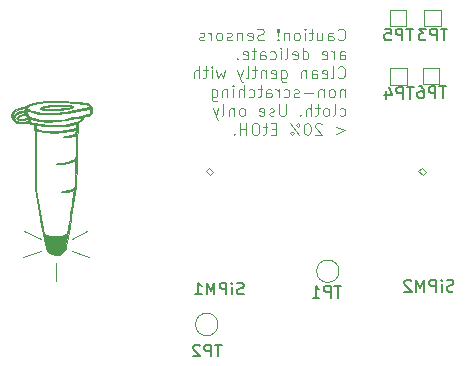
<source format=gbr>
G04 #@! TF.GenerationSoftware,KiCad,Pcbnew,(5.1.9-0-10_14)*
G04 #@! TF.CreationDate,2021-05-06T17:31:37-07:00*
G04 #@! TF.ProjectId,Luminometer_ADC,4c756d69-6e6f-46d6-9574-65725f414443,rev?*
G04 #@! TF.SameCoordinates,Original*
G04 #@! TF.FileFunction,Legend,Bot*
G04 #@! TF.FilePolarity,Positive*
%FSLAX46Y46*%
G04 Gerber Fmt 4.6, Leading zero omitted, Abs format (unit mm)*
G04 Created by KiCad (PCBNEW (5.1.9-0-10_14)) date 2021-05-06 17:31:37*
%MOMM*%
%LPD*%
G01*
G04 APERTURE LIST*
%ADD10C,0.120000*%
%ADD11C,0.100000*%
%ADD12C,0.010000*%
%ADD13C,0.150000*%
G04 APERTURE END LIST*
D10*
X122050000Y-116350000D02*
X123450000Y-117050000D01*
X123450000Y-118050000D02*
X121950000Y-118550000D01*
X124750000Y-119050000D02*
X124750000Y-120565475D01*
X126050000Y-118050000D02*
X127550000Y-118550000D01*
X126050000Y-117050000D02*
X127350000Y-116350000D01*
D11*
X148625476Y-100107142D02*
X148673095Y-100154761D01*
X148815952Y-100202380D01*
X148911190Y-100202380D01*
X149054047Y-100154761D01*
X149149285Y-100059523D01*
X149196904Y-99964285D01*
X149244523Y-99773809D01*
X149244523Y-99630952D01*
X149196904Y-99440476D01*
X149149285Y-99345238D01*
X149054047Y-99250000D01*
X148911190Y-99202380D01*
X148815952Y-99202380D01*
X148673095Y-99250000D01*
X148625476Y-99297619D01*
X147768333Y-100202380D02*
X147768333Y-99678571D01*
X147815952Y-99583333D01*
X147911190Y-99535714D01*
X148101666Y-99535714D01*
X148196904Y-99583333D01*
X147768333Y-100154761D02*
X147863571Y-100202380D01*
X148101666Y-100202380D01*
X148196904Y-100154761D01*
X148244523Y-100059523D01*
X148244523Y-99964285D01*
X148196904Y-99869047D01*
X148101666Y-99821428D01*
X147863571Y-99821428D01*
X147768333Y-99773809D01*
X146863571Y-99535714D02*
X146863571Y-100202380D01*
X147292142Y-99535714D02*
X147292142Y-100059523D01*
X147244523Y-100154761D01*
X147149285Y-100202380D01*
X147006428Y-100202380D01*
X146911190Y-100154761D01*
X146863571Y-100107142D01*
X146530238Y-99535714D02*
X146149285Y-99535714D01*
X146387380Y-99202380D02*
X146387380Y-100059523D01*
X146339761Y-100154761D01*
X146244523Y-100202380D01*
X146149285Y-100202380D01*
X145815952Y-100202380D02*
X145815952Y-99535714D01*
X145815952Y-99202380D02*
X145863571Y-99250000D01*
X145815952Y-99297619D01*
X145768333Y-99250000D01*
X145815952Y-99202380D01*
X145815952Y-99297619D01*
X145196904Y-100202380D02*
X145292142Y-100154761D01*
X145339761Y-100107142D01*
X145387380Y-100011904D01*
X145387380Y-99726190D01*
X145339761Y-99630952D01*
X145292142Y-99583333D01*
X145196904Y-99535714D01*
X145054047Y-99535714D01*
X144958809Y-99583333D01*
X144911190Y-99630952D01*
X144863571Y-99726190D01*
X144863571Y-100011904D01*
X144911190Y-100107142D01*
X144958809Y-100154761D01*
X145054047Y-100202380D01*
X145196904Y-100202380D01*
X144435000Y-99535714D02*
X144435000Y-100202380D01*
X144435000Y-99630952D02*
X144387380Y-99583333D01*
X144292142Y-99535714D01*
X144149285Y-99535714D01*
X144054047Y-99583333D01*
X144006428Y-99678571D01*
X144006428Y-100202380D01*
X143530238Y-100107142D02*
X143482619Y-100154761D01*
X143530238Y-100202380D01*
X143577857Y-100154761D01*
X143530238Y-100107142D01*
X143530238Y-100202380D01*
X143530238Y-99821428D02*
X143577857Y-99250000D01*
X143530238Y-99202380D01*
X143482619Y-99250000D01*
X143530238Y-99821428D01*
X143530238Y-99202380D01*
X142339761Y-100154761D02*
X142196904Y-100202380D01*
X141958809Y-100202380D01*
X141863571Y-100154761D01*
X141815952Y-100107142D01*
X141768333Y-100011904D01*
X141768333Y-99916666D01*
X141815952Y-99821428D01*
X141863571Y-99773809D01*
X141958809Y-99726190D01*
X142149285Y-99678571D01*
X142244523Y-99630952D01*
X142292142Y-99583333D01*
X142339761Y-99488095D01*
X142339761Y-99392857D01*
X142292142Y-99297619D01*
X142244523Y-99250000D01*
X142149285Y-99202380D01*
X141911190Y-99202380D01*
X141768333Y-99250000D01*
X140958809Y-100154761D02*
X141054047Y-100202380D01*
X141244523Y-100202380D01*
X141339761Y-100154761D01*
X141387380Y-100059523D01*
X141387380Y-99678571D01*
X141339761Y-99583333D01*
X141244523Y-99535714D01*
X141054047Y-99535714D01*
X140958809Y-99583333D01*
X140911190Y-99678571D01*
X140911190Y-99773809D01*
X141387380Y-99869047D01*
X140482619Y-99535714D02*
X140482619Y-100202380D01*
X140482619Y-99630952D02*
X140435000Y-99583333D01*
X140339761Y-99535714D01*
X140196904Y-99535714D01*
X140101666Y-99583333D01*
X140054047Y-99678571D01*
X140054047Y-100202380D01*
X139625476Y-100154761D02*
X139530238Y-100202380D01*
X139339761Y-100202380D01*
X139244523Y-100154761D01*
X139196904Y-100059523D01*
X139196904Y-100011904D01*
X139244523Y-99916666D01*
X139339761Y-99869047D01*
X139482619Y-99869047D01*
X139577857Y-99821428D01*
X139625476Y-99726190D01*
X139625476Y-99678571D01*
X139577857Y-99583333D01*
X139482619Y-99535714D01*
X139339761Y-99535714D01*
X139244523Y-99583333D01*
X138625476Y-100202380D02*
X138720714Y-100154761D01*
X138768333Y-100107142D01*
X138815952Y-100011904D01*
X138815952Y-99726190D01*
X138768333Y-99630952D01*
X138720714Y-99583333D01*
X138625476Y-99535714D01*
X138482619Y-99535714D01*
X138387380Y-99583333D01*
X138339761Y-99630952D01*
X138292142Y-99726190D01*
X138292142Y-100011904D01*
X138339761Y-100107142D01*
X138387380Y-100154761D01*
X138482619Y-100202380D01*
X138625476Y-100202380D01*
X137863571Y-100202380D02*
X137863571Y-99535714D01*
X137863571Y-99726190D02*
X137815952Y-99630952D01*
X137768333Y-99583333D01*
X137673095Y-99535714D01*
X137577857Y-99535714D01*
X137292142Y-100154761D02*
X137196904Y-100202380D01*
X137006428Y-100202380D01*
X136911190Y-100154761D01*
X136863571Y-100059523D01*
X136863571Y-100011904D01*
X136911190Y-99916666D01*
X137006428Y-99869047D01*
X137149285Y-99869047D01*
X137244523Y-99821428D01*
X137292142Y-99726190D01*
X137292142Y-99678571D01*
X137244523Y-99583333D01*
X137149285Y-99535714D01*
X137006428Y-99535714D01*
X136911190Y-99583333D01*
X148768333Y-101802380D02*
X148768333Y-101278571D01*
X148815952Y-101183333D01*
X148911190Y-101135714D01*
X149101666Y-101135714D01*
X149196904Y-101183333D01*
X148768333Y-101754761D02*
X148863571Y-101802380D01*
X149101666Y-101802380D01*
X149196904Y-101754761D01*
X149244523Y-101659523D01*
X149244523Y-101564285D01*
X149196904Y-101469047D01*
X149101666Y-101421428D01*
X148863571Y-101421428D01*
X148768333Y-101373809D01*
X148292142Y-101802380D02*
X148292142Y-101135714D01*
X148292142Y-101326190D02*
X148244523Y-101230952D01*
X148196904Y-101183333D01*
X148101666Y-101135714D01*
X148006428Y-101135714D01*
X147292142Y-101754761D02*
X147387380Y-101802380D01*
X147577857Y-101802380D01*
X147673095Y-101754761D01*
X147720714Y-101659523D01*
X147720714Y-101278571D01*
X147673095Y-101183333D01*
X147577857Y-101135714D01*
X147387380Y-101135714D01*
X147292142Y-101183333D01*
X147244523Y-101278571D01*
X147244523Y-101373809D01*
X147720714Y-101469047D01*
X145625476Y-101802380D02*
X145625476Y-100802380D01*
X145625476Y-101754761D02*
X145720714Y-101802380D01*
X145911190Y-101802380D01*
X146006428Y-101754761D01*
X146054047Y-101707142D01*
X146101666Y-101611904D01*
X146101666Y-101326190D01*
X146054047Y-101230952D01*
X146006428Y-101183333D01*
X145911190Y-101135714D01*
X145720714Y-101135714D01*
X145625476Y-101183333D01*
X144768333Y-101754761D02*
X144863571Y-101802380D01*
X145054047Y-101802380D01*
X145149285Y-101754761D01*
X145196904Y-101659523D01*
X145196904Y-101278571D01*
X145149285Y-101183333D01*
X145054047Y-101135714D01*
X144863571Y-101135714D01*
X144768333Y-101183333D01*
X144720714Y-101278571D01*
X144720714Y-101373809D01*
X145196904Y-101469047D01*
X144149285Y-101802380D02*
X144244523Y-101754761D01*
X144292142Y-101659523D01*
X144292142Y-100802380D01*
X143768333Y-101802380D02*
X143768333Y-101135714D01*
X143768333Y-100802380D02*
X143815952Y-100850000D01*
X143768333Y-100897619D01*
X143720714Y-100850000D01*
X143768333Y-100802380D01*
X143768333Y-100897619D01*
X142863571Y-101754761D02*
X142958809Y-101802380D01*
X143149285Y-101802380D01*
X143244523Y-101754761D01*
X143292142Y-101707142D01*
X143339761Y-101611904D01*
X143339761Y-101326190D01*
X143292142Y-101230952D01*
X143244523Y-101183333D01*
X143149285Y-101135714D01*
X142958809Y-101135714D01*
X142863571Y-101183333D01*
X142006428Y-101802380D02*
X142006428Y-101278571D01*
X142054047Y-101183333D01*
X142149285Y-101135714D01*
X142339761Y-101135714D01*
X142435000Y-101183333D01*
X142006428Y-101754761D02*
X142101666Y-101802380D01*
X142339761Y-101802380D01*
X142435000Y-101754761D01*
X142482619Y-101659523D01*
X142482619Y-101564285D01*
X142435000Y-101469047D01*
X142339761Y-101421428D01*
X142101666Y-101421428D01*
X142006428Y-101373809D01*
X141673095Y-101135714D02*
X141292142Y-101135714D01*
X141530238Y-100802380D02*
X141530238Y-101659523D01*
X141482619Y-101754761D01*
X141387380Y-101802380D01*
X141292142Y-101802380D01*
X140577857Y-101754761D02*
X140673095Y-101802380D01*
X140863571Y-101802380D01*
X140958809Y-101754761D01*
X141006428Y-101659523D01*
X141006428Y-101278571D01*
X140958809Y-101183333D01*
X140863571Y-101135714D01*
X140673095Y-101135714D01*
X140577857Y-101183333D01*
X140530238Y-101278571D01*
X140530238Y-101373809D01*
X141006428Y-101469047D01*
X140101666Y-101707142D02*
X140054047Y-101754761D01*
X140101666Y-101802380D01*
X140149285Y-101754761D01*
X140101666Y-101707142D01*
X140101666Y-101802380D01*
X148625476Y-103307142D02*
X148673095Y-103354761D01*
X148815952Y-103402380D01*
X148911190Y-103402380D01*
X149054047Y-103354761D01*
X149149285Y-103259523D01*
X149196904Y-103164285D01*
X149244523Y-102973809D01*
X149244523Y-102830952D01*
X149196904Y-102640476D01*
X149149285Y-102545238D01*
X149054047Y-102450000D01*
X148911190Y-102402380D01*
X148815952Y-102402380D01*
X148673095Y-102450000D01*
X148625476Y-102497619D01*
X148054047Y-103402380D02*
X148149285Y-103354761D01*
X148196904Y-103259523D01*
X148196904Y-102402380D01*
X147292142Y-103354761D02*
X147387380Y-103402380D01*
X147577857Y-103402380D01*
X147673095Y-103354761D01*
X147720714Y-103259523D01*
X147720714Y-102878571D01*
X147673095Y-102783333D01*
X147577857Y-102735714D01*
X147387380Y-102735714D01*
X147292142Y-102783333D01*
X147244523Y-102878571D01*
X147244523Y-102973809D01*
X147720714Y-103069047D01*
X146387380Y-103402380D02*
X146387380Y-102878571D01*
X146435000Y-102783333D01*
X146530238Y-102735714D01*
X146720714Y-102735714D01*
X146815952Y-102783333D01*
X146387380Y-103354761D02*
X146482619Y-103402380D01*
X146720714Y-103402380D01*
X146815952Y-103354761D01*
X146863571Y-103259523D01*
X146863571Y-103164285D01*
X146815952Y-103069047D01*
X146720714Y-103021428D01*
X146482619Y-103021428D01*
X146387380Y-102973809D01*
X145911190Y-102735714D02*
X145911190Y-103402380D01*
X145911190Y-102830952D02*
X145863571Y-102783333D01*
X145768333Y-102735714D01*
X145625476Y-102735714D01*
X145530238Y-102783333D01*
X145482619Y-102878571D01*
X145482619Y-103402380D01*
X143815952Y-102735714D02*
X143815952Y-103545238D01*
X143863571Y-103640476D01*
X143911190Y-103688095D01*
X144006428Y-103735714D01*
X144149285Y-103735714D01*
X144244523Y-103688095D01*
X143815952Y-103354761D02*
X143911190Y-103402380D01*
X144101666Y-103402380D01*
X144196904Y-103354761D01*
X144244523Y-103307142D01*
X144292142Y-103211904D01*
X144292142Y-102926190D01*
X144244523Y-102830952D01*
X144196904Y-102783333D01*
X144101666Y-102735714D01*
X143911190Y-102735714D01*
X143815952Y-102783333D01*
X142958809Y-103354761D02*
X143054047Y-103402380D01*
X143244523Y-103402380D01*
X143339761Y-103354761D01*
X143387380Y-103259523D01*
X143387380Y-102878571D01*
X143339761Y-102783333D01*
X143244523Y-102735714D01*
X143054047Y-102735714D01*
X142958809Y-102783333D01*
X142911190Y-102878571D01*
X142911190Y-102973809D01*
X143387380Y-103069047D01*
X142482619Y-102735714D02*
X142482619Y-103402380D01*
X142482619Y-102830952D02*
X142435000Y-102783333D01*
X142339761Y-102735714D01*
X142196904Y-102735714D01*
X142101666Y-102783333D01*
X142054047Y-102878571D01*
X142054047Y-103402380D01*
X141720714Y-102735714D02*
X141339761Y-102735714D01*
X141577857Y-102402380D02*
X141577857Y-103259523D01*
X141530238Y-103354761D01*
X141435000Y-103402380D01*
X141339761Y-103402380D01*
X140863571Y-103402380D02*
X140958809Y-103354761D01*
X141006428Y-103259523D01*
X141006428Y-102402380D01*
X140577857Y-102735714D02*
X140339761Y-103402380D01*
X140101666Y-102735714D02*
X140339761Y-103402380D01*
X140435000Y-103640476D01*
X140482619Y-103688095D01*
X140577857Y-103735714D01*
X139054047Y-102735714D02*
X138863571Y-103402380D01*
X138673095Y-102926190D01*
X138482619Y-103402380D01*
X138292142Y-102735714D01*
X137911190Y-103402380D02*
X137911190Y-102735714D01*
X137911190Y-102402380D02*
X137958809Y-102450000D01*
X137911190Y-102497619D01*
X137863571Y-102450000D01*
X137911190Y-102402380D01*
X137911190Y-102497619D01*
X137577857Y-102735714D02*
X137196904Y-102735714D01*
X137435000Y-102402380D02*
X137435000Y-103259523D01*
X137387380Y-103354761D01*
X137292142Y-103402380D01*
X137196904Y-103402380D01*
X136863571Y-103402380D02*
X136863571Y-102402380D01*
X136435000Y-103402380D02*
X136435000Y-102878571D01*
X136482619Y-102783333D01*
X136577857Y-102735714D01*
X136720714Y-102735714D01*
X136815952Y-102783333D01*
X136863571Y-102830952D01*
X149196904Y-104335714D02*
X149196904Y-105002380D01*
X149196904Y-104430952D02*
X149149285Y-104383333D01*
X149054047Y-104335714D01*
X148911190Y-104335714D01*
X148815952Y-104383333D01*
X148768333Y-104478571D01*
X148768333Y-105002380D01*
X148149285Y-105002380D02*
X148244523Y-104954761D01*
X148292142Y-104907142D01*
X148339761Y-104811904D01*
X148339761Y-104526190D01*
X148292142Y-104430952D01*
X148244523Y-104383333D01*
X148149285Y-104335714D01*
X148006428Y-104335714D01*
X147911190Y-104383333D01*
X147863571Y-104430952D01*
X147815952Y-104526190D01*
X147815952Y-104811904D01*
X147863571Y-104907142D01*
X147911190Y-104954761D01*
X148006428Y-105002380D01*
X148149285Y-105002380D01*
X147387380Y-104335714D02*
X147387380Y-105002380D01*
X147387380Y-104430952D02*
X147339761Y-104383333D01*
X147244523Y-104335714D01*
X147101666Y-104335714D01*
X147006428Y-104383333D01*
X146958809Y-104478571D01*
X146958809Y-105002380D01*
X146482619Y-104621428D02*
X145720714Y-104621428D01*
X145292142Y-104954761D02*
X145196904Y-105002380D01*
X145006428Y-105002380D01*
X144911190Y-104954761D01*
X144863571Y-104859523D01*
X144863571Y-104811904D01*
X144911190Y-104716666D01*
X145006428Y-104669047D01*
X145149285Y-104669047D01*
X145244523Y-104621428D01*
X145292142Y-104526190D01*
X145292142Y-104478571D01*
X145244523Y-104383333D01*
X145149285Y-104335714D01*
X145006428Y-104335714D01*
X144911190Y-104383333D01*
X144006428Y-104954761D02*
X144101666Y-105002380D01*
X144292142Y-105002380D01*
X144387380Y-104954761D01*
X144435000Y-104907142D01*
X144482619Y-104811904D01*
X144482619Y-104526190D01*
X144435000Y-104430952D01*
X144387380Y-104383333D01*
X144292142Y-104335714D01*
X144101666Y-104335714D01*
X144006428Y-104383333D01*
X143577857Y-105002380D02*
X143577857Y-104335714D01*
X143577857Y-104526190D02*
X143530238Y-104430952D01*
X143482619Y-104383333D01*
X143387380Y-104335714D01*
X143292142Y-104335714D01*
X142530238Y-105002380D02*
X142530238Y-104478571D01*
X142577857Y-104383333D01*
X142673095Y-104335714D01*
X142863571Y-104335714D01*
X142958809Y-104383333D01*
X142530238Y-104954761D02*
X142625476Y-105002380D01*
X142863571Y-105002380D01*
X142958809Y-104954761D01*
X143006428Y-104859523D01*
X143006428Y-104764285D01*
X142958809Y-104669047D01*
X142863571Y-104621428D01*
X142625476Y-104621428D01*
X142530238Y-104573809D01*
X142196904Y-104335714D02*
X141815952Y-104335714D01*
X142054047Y-104002380D02*
X142054047Y-104859523D01*
X142006428Y-104954761D01*
X141911190Y-105002380D01*
X141815952Y-105002380D01*
X141054047Y-104954761D02*
X141149285Y-105002380D01*
X141339761Y-105002380D01*
X141435000Y-104954761D01*
X141482619Y-104907142D01*
X141530238Y-104811904D01*
X141530238Y-104526190D01*
X141482619Y-104430952D01*
X141435000Y-104383333D01*
X141339761Y-104335714D01*
X141149285Y-104335714D01*
X141054047Y-104383333D01*
X140625476Y-105002380D02*
X140625476Y-104002380D01*
X140196904Y-105002380D02*
X140196904Y-104478571D01*
X140244523Y-104383333D01*
X140339761Y-104335714D01*
X140482619Y-104335714D01*
X140577857Y-104383333D01*
X140625476Y-104430952D01*
X139720714Y-105002380D02*
X139720714Y-104335714D01*
X139720714Y-104002380D02*
X139768333Y-104050000D01*
X139720714Y-104097619D01*
X139673095Y-104050000D01*
X139720714Y-104002380D01*
X139720714Y-104097619D01*
X139244523Y-104335714D02*
X139244523Y-105002380D01*
X139244523Y-104430952D02*
X139196904Y-104383333D01*
X139101666Y-104335714D01*
X138958809Y-104335714D01*
X138863571Y-104383333D01*
X138815952Y-104478571D01*
X138815952Y-105002380D01*
X137911190Y-104335714D02*
X137911190Y-105145238D01*
X137958809Y-105240476D01*
X138006428Y-105288095D01*
X138101666Y-105335714D01*
X138244523Y-105335714D01*
X138339761Y-105288095D01*
X137911190Y-104954761D02*
X138006428Y-105002380D01*
X138196904Y-105002380D01*
X138292142Y-104954761D01*
X138339761Y-104907142D01*
X138387380Y-104811904D01*
X138387380Y-104526190D01*
X138339761Y-104430952D01*
X138292142Y-104383333D01*
X138196904Y-104335714D01*
X138006428Y-104335714D01*
X137911190Y-104383333D01*
X148768333Y-106554761D02*
X148863571Y-106602380D01*
X149054047Y-106602380D01*
X149149285Y-106554761D01*
X149196904Y-106507142D01*
X149244523Y-106411904D01*
X149244523Y-106126190D01*
X149196904Y-106030952D01*
X149149285Y-105983333D01*
X149054047Y-105935714D01*
X148863571Y-105935714D01*
X148768333Y-105983333D01*
X148196904Y-106602380D02*
X148292142Y-106554761D01*
X148339761Y-106459523D01*
X148339761Y-105602380D01*
X147673095Y-106602380D02*
X147768333Y-106554761D01*
X147815952Y-106507142D01*
X147863571Y-106411904D01*
X147863571Y-106126190D01*
X147815952Y-106030952D01*
X147768333Y-105983333D01*
X147673095Y-105935714D01*
X147530238Y-105935714D01*
X147435000Y-105983333D01*
X147387380Y-106030952D01*
X147339761Y-106126190D01*
X147339761Y-106411904D01*
X147387380Y-106507142D01*
X147435000Y-106554761D01*
X147530238Y-106602380D01*
X147673095Y-106602380D01*
X147054047Y-105935714D02*
X146673095Y-105935714D01*
X146911190Y-105602380D02*
X146911190Y-106459523D01*
X146863571Y-106554761D01*
X146768333Y-106602380D01*
X146673095Y-106602380D01*
X146339761Y-106602380D02*
X146339761Y-105602380D01*
X145911190Y-106602380D02*
X145911190Y-106078571D01*
X145958809Y-105983333D01*
X146054047Y-105935714D01*
X146196904Y-105935714D01*
X146292142Y-105983333D01*
X146339761Y-106030952D01*
X145435000Y-106507142D02*
X145387380Y-106554761D01*
X145435000Y-106602380D01*
X145482619Y-106554761D01*
X145435000Y-106507142D01*
X145435000Y-106602380D01*
X144196904Y-105602380D02*
X144196904Y-106411904D01*
X144149285Y-106507142D01*
X144101666Y-106554761D01*
X144006428Y-106602380D01*
X143815952Y-106602380D01*
X143720714Y-106554761D01*
X143673095Y-106507142D01*
X143625476Y-106411904D01*
X143625476Y-105602380D01*
X143196904Y-106554761D02*
X143101666Y-106602380D01*
X142911190Y-106602380D01*
X142815952Y-106554761D01*
X142768333Y-106459523D01*
X142768333Y-106411904D01*
X142815952Y-106316666D01*
X142911190Y-106269047D01*
X143054047Y-106269047D01*
X143149285Y-106221428D01*
X143196904Y-106126190D01*
X143196904Y-106078571D01*
X143149285Y-105983333D01*
X143054047Y-105935714D01*
X142911190Y-105935714D01*
X142815952Y-105983333D01*
X141958809Y-106554761D02*
X142054047Y-106602380D01*
X142244523Y-106602380D01*
X142339761Y-106554761D01*
X142387380Y-106459523D01*
X142387380Y-106078571D01*
X142339761Y-105983333D01*
X142244523Y-105935714D01*
X142054047Y-105935714D01*
X141958809Y-105983333D01*
X141911190Y-106078571D01*
X141911190Y-106173809D01*
X142387380Y-106269047D01*
X140577857Y-106602380D02*
X140673095Y-106554761D01*
X140720714Y-106507142D01*
X140768333Y-106411904D01*
X140768333Y-106126190D01*
X140720714Y-106030952D01*
X140673095Y-105983333D01*
X140577857Y-105935714D01*
X140435000Y-105935714D01*
X140339761Y-105983333D01*
X140292142Y-106030952D01*
X140244523Y-106126190D01*
X140244523Y-106411904D01*
X140292142Y-106507142D01*
X140339761Y-106554761D01*
X140435000Y-106602380D01*
X140577857Y-106602380D01*
X139815952Y-105935714D02*
X139815952Y-106602380D01*
X139815952Y-106030952D02*
X139768333Y-105983333D01*
X139673095Y-105935714D01*
X139530238Y-105935714D01*
X139435000Y-105983333D01*
X139387380Y-106078571D01*
X139387380Y-106602380D01*
X138768333Y-106602380D02*
X138863571Y-106554761D01*
X138911190Y-106459523D01*
X138911190Y-105602380D01*
X138482619Y-105935714D02*
X138244523Y-106602380D01*
X138006428Y-105935714D02*
X138244523Y-106602380D01*
X138339761Y-106840476D01*
X138387380Y-106888095D01*
X138482619Y-106935714D01*
X148435000Y-107535714D02*
X149196904Y-107821428D01*
X148435000Y-108107142D01*
X147244523Y-107297619D02*
X147196904Y-107250000D01*
X147101666Y-107202380D01*
X146863571Y-107202380D01*
X146768333Y-107250000D01*
X146720714Y-107297619D01*
X146673095Y-107392857D01*
X146673095Y-107488095D01*
X146720714Y-107630952D01*
X147292142Y-108202380D01*
X146673095Y-108202380D01*
X146054047Y-107202380D02*
X145958809Y-107202380D01*
X145863571Y-107250000D01*
X145815952Y-107297619D01*
X145768333Y-107392857D01*
X145720714Y-107583333D01*
X145720714Y-107821428D01*
X145768333Y-108011904D01*
X145815952Y-108107142D01*
X145863571Y-108154761D01*
X145958809Y-108202380D01*
X146054047Y-108202380D01*
X146149285Y-108154761D01*
X146196904Y-108107142D01*
X146244523Y-108011904D01*
X146292142Y-107821428D01*
X146292142Y-107583333D01*
X146244523Y-107392857D01*
X146196904Y-107297619D01*
X146149285Y-107250000D01*
X146054047Y-107202380D01*
X145339761Y-108202380D02*
X144577857Y-107202380D01*
X145196904Y-107202380D02*
X145101666Y-107250000D01*
X145054047Y-107345238D01*
X145101666Y-107440476D01*
X145196904Y-107488095D01*
X145292142Y-107440476D01*
X145339761Y-107345238D01*
X145292142Y-107250000D01*
X145196904Y-107202380D01*
X144625476Y-108154761D02*
X144577857Y-108059523D01*
X144625476Y-107964285D01*
X144720714Y-107916666D01*
X144815952Y-107964285D01*
X144863571Y-108059523D01*
X144815952Y-108154761D01*
X144720714Y-108202380D01*
X144625476Y-108154761D01*
X143387380Y-107678571D02*
X143054047Y-107678571D01*
X142911190Y-108202380D02*
X143387380Y-108202380D01*
X143387380Y-107202380D01*
X142911190Y-107202380D01*
X142625476Y-107535714D02*
X142244523Y-107535714D01*
X142482619Y-107202380D02*
X142482619Y-108059523D01*
X142435000Y-108154761D01*
X142339761Y-108202380D01*
X142244523Y-108202380D01*
X141720714Y-107202380D02*
X141530238Y-107202380D01*
X141435000Y-107250000D01*
X141339761Y-107345238D01*
X141292142Y-107535714D01*
X141292142Y-107869047D01*
X141339761Y-108059523D01*
X141435000Y-108154761D01*
X141530238Y-108202380D01*
X141720714Y-108202380D01*
X141815952Y-108154761D01*
X141911190Y-108059523D01*
X141958809Y-107869047D01*
X141958809Y-107535714D01*
X141911190Y-107345238D01*
X141815952Y-107250000D01*
X141720714Y-107202380D01*
X140863571Y-108202380D02*
X140863571Y-107202380D01*
X140863571Y-107678571D02*
X140292142Y-107678571D01*
X140292142Y-108202380D02*
X140292142Y-107202380D01*
X139815952Y-108107142D02*
X139768333Y-108154761D01*
X139815952Y-108202380D01*
X139863571Y-108154761D01*
X139815952Y-108107142D01*
X139815952Y-108202380D01*
D10*
X137691777Y-110958885D02*
X138050987Y-111318095D01*
X138050987Y-111318095D02*
X137781580Y-111587503D01*
X137781580Y-111587503D02*
X137422369Y-111228292D01*
X137422369Y-111228292D02*
X137691777Y-110958885D01*
X155691777Y-110958885D02*
X156050987Y-111318095D01*
X156050987Y-111318095D02*
X155781580Y-111587503D01*
X155781580Y-111587503D02*
X155422369Y-111228292D01*
X155422369Y-111228292D02*
X155691777Y-110958885D01*
D12*
G36*
X123946650Y-105316400D02*
G01*
X123322742Y-105386851D01*
X122792108Y-105501333D01*
X122365224Y-105658862D01*
X122177500Y-105764123D01*
X122065437Y-105809832D01*
X121875431Y-105862469D01*
X121711867Y-105897994D01*
X121372994Y-106002640D01*
X121126284Y-106160235D01*
X120978878Y-106356872D01*
X120937915Y-106578647D01*
X121010537Y-106811652D01*
X121150205Y-106991828D01*
X121255109Y-107090364D01*
X121351350Y-107151014D01*
X121473484Y-107183280D01*
X121656068Y-107196664D01*
X121909030Y-107200484D01*
X122188654Y-107207795D01*
X122442726Y-107223490D01*
X122627016Y-107244578D01*
X122661439Y-107251357D01*
X122786153Y-107294400D01*
X122853206Y-107373482D01*
X122890740Y-107528552D01*
X122899564Y-107589360D01*
X122908511Y-107717479D01*
X122916759Y-107956729D01*
X122924079Y-108291241D01*
X122930240Y-108705145D01*
X122935014Y-109182573D01*
X122938169Y-109707655D01*
X122939478Y-110264524D01*
X122939500Y-110348193D01*
X122939500Y-112815661D01*
X123383036Y-115268937D01*
X123505147Y-115933042D01*
X123616436Y-116515525D01*
X123715232Y-117008430D01*
X123799864Y-117403804D01*
X123868661Y-117693691D01*
X123919950Y-117870136D01*
X123938661Y-117913593D01*
X124070404Y-118089249D01*
X124218121Y-118229719D01*
X124394813Y-118314312D01*
X124629583Y-118370580D01*
X124864274Y-118389057D01*
X125035000Y-118362665D01*
X125193985Y-118261156D01*
X125367507Y-118097423D01*
X125507987Y-117920013D01*
X125554600Y-117832500D01*
X125577941Y-117736681D01*
X125618483Y-117529614D01*
X125673759Y-117225518D01*
X125741301Y-116838610D01*
X125818643Y-116383111D01*
X125903318Y-115873239D01*
X125992857Y-115323213D01*
X126028386Y-115102000D01*
X126439853Y-112530250D01*
X126496897Y-110593500D01*
X126511773Y-110065997D01*
X126525382Y-109540614D01*
X126537183Y-109041634D01*
X126538574Y-108975637D01*
X126430508Y-108975637D01*
X126428323Y-109276519D01*
X126418908Y-109571472D01*
X126401978Y-109833936D01*
X126390831Y-109942812D01*
X126350766Y-110276374D01*
X125945442Y-110401566D01*
X125648796Y-110478645D01*
X125320611Y-110542638D01*
X125128809Y-110568898D01*
X124919204Y-110599092D01*
X124771038Y-110637084D01*
X124717500Y-110673085D01*
X124774628Y-110700361D01*
X124928218Y-110700834D01*
X125151584Y-110678736D01*
X125418039Y-110638298D01*
X125700896Y-110583751D01*
X125973468Y-110519326D01*
X126209069Y-110449254D01*
X126271209Y-110426746D01*
X126307937Y-110426176D01*
X126333923Y-110468437D01*
X126350752Y-110570408D01*
X126360006Y-110748973D01*
X126363269Y-111021013D01*
X126362171Y-111396331D01*
X126357317Y-111753284D01*
X126348092Y-112075668D01*
X126335607Y-112337408D01*
X126320973Y-112512432D01*
X126312490Y-112562000D01*
X126249443Y-112674884D01*
X126112343Y-112764596D01*
X125943495Y-112829503D01*
X125707577Y-112896545D01*
X125478781Y-112943148D01*
X125389926Y-112953607D01*
X125240682Y-112976073D01*
X125164516Y-113011820D01*
X125162000Y-113019478D01*
X125217553Y-113059975D01*
X125361962Y-113068382D01*
X125561857Y-113047096D01*
X125783867Y-112998514D01*
X125884380Y-112967608D01*
X126063412Y-112915231D01*
X126188506Y-112894626D01*
X126220110Y-112900442D01*
X126218022Y-112967354D01*
X126198825Y-113140380D01*
X126165379Y-113400216D01*
X126120542Y-113727556D01*
X126067173Y-114103094D01*
X126008131Y-114507526D01*
X125946274Y-114921544D01*
X125884461Y-115325845D01*
X125825551Y-115701121D01*
X125772402Y-116028069D01*
X125727874Y-116287381D01*
X125694824Y-116459754D01*
X125689582Y-116483217D01*
X125601262Y-116601505D01*
X125415051Y-116694871D01*
X125158160Y-116760289D01*
X124857797Y-116794733D01*
X124541170Y-116795175D01*
X124235488Y-116758590D01*
X123967960Y-116681951D01*
X123954241Y-116676237D01*
X123730732Y-116581194D01*
X123073120Y-112847750D01*
X123013746Y-107849274D01*
X123214748Y-107892155D01*
X123857517Y-107984057D01*
X124560857Y-108005981D01*
X125280643Y-107959825D01*
X125972746Y-107847490D01*
X126325653Y-107758175D01*
X126406289Y-107755305D01*
X126426644Y-107833703D01*
X126420903Y-107904360D01*
X126365422Y-108053424D01*
X126228402Y-108161888D01*
X125994775Y-108237459D01*
X125676648Y-108285074D01*
X125473911Y-108315039D01*
X125333606Y-108352548D01*
X125289000Y-108384615D01*
X125345177Y-108408181D01*
X125489345Y-108410400D01*
X125684965Y-108394838D01*
X125895498Y-108365060D01*
X126084402Y-108324633D01*
X126166259Y-108298995D01*
X126302895Y-108256187D01*
X126372634Y-108244000D01*
X126396526Y-108303007D01*
X126414325Y-108462321D01*
X126425747Y-108695385D01*
X126430508Y-108975637D01*
X126538574Y-108975637D01*
X126546636Y-108593341D01*
X126553201Y-108220019D01*
X126556336Y-107945950D01*
X126556471Y-107916897D01*
X126558518Y-107318210D01*
X126457008Y-107318210D01*
X126438790Y-107426856D01*
X126400299Y-107552646D01*
X126326147Y-107629930D01*
X126180489Y-107686902D01*
X126070804Y-107716287D01*
X125599044Y-107810567D01*
X125081678Y-107871251D01*
X124553604Y-107897503D01*
X124049720Y-107888485D01*
X123604922Y-107843359D01*
X123320500Y-107782282D01*
X123139873Y-107718165D01*
X123049716Y-107643581D01*
X123015023Y-107528453D01*
X123013851Y-107518829D01*
X123010163Y-107393892D01*
X123064554Y-107361422D01*
X123172601Y-107381300D01*
X123297689Y-107398658D01*
X123522572Y-107417811D01*
X123820095Y-107436896D01*
X124163106Y-107454053D01*
X124336554Y-107461080D01*
X125046756Y-107466825D01*
X125642123Y-107426406D01*
X126126274Y-107339468D01*
X126377180Y-107260124D01*
X126444049Y-107251394D01*
X126457008Y-107318210D01*
X126558518Y-107318210D01*
X126559001Y-107177044D01*
X126781251Y-107045913D01*
X126941817Y-106917907D01*
X126995804Y-106806578D01*
X126876500Y-106806578D01*
X126817036Y-106897131D01*
X126652619Y-106997236D01*
X126404211Y-107099885D01*
X126092775Y-107198071D01*
X125739275Y-107284789D01*
X125364672Y-107353031D01*
X125162000Y-107379621D01*
X124945453Y-107390049D01*
X124641615Y-107386914D01*
X124289233Y-107372264D01*
X123927054Y-107348151D01*
X123593824Y-107316623D01*
X123352250Y-107283866D01*
X122986132Y-107215427D01*
X122732365Y-107149570D01*
X122576560Y-107080803D01*
X122504325Y-107003628D01*
X122495000Y-106956542D01*
X122497109Y-106948859D01*
X122357845Y-106948859D01*
X122280049Y-107047659D01*
X122113655Y-107109424D01*
X121892305Y-107131562D01*
X121649641Y-107111482D01*
X121419306Y-107046590D01*
X121371243Y-107024874D01*
X121227683Y-106907405D01*
X121192699Y-106764193D01*
X121254831Y-106610968D01*
X121402619Y-106463460D01*
X121624601Y-106337397D01*
X121909317Y-106248510D01*
X121941570Y-106242126D01*
X122100528Y-106223051D01*
X122168349Y-106250373D01*
X122177500Y-106292067D01*
X122116628Y-106370070D01*
X121942006Y-106423822D01*
X121926778Y-106426360D01*
X121710600Y-106495283D01*
X121515539Y-106610385D01*
X121498153Y-106625119D01*
X121385621Y-106731814D01*
X121360506Y-106795705D01*
X121414748Y-106857730D01*
X121447250Y-106883635D01*
X121593976Y-106937464D01*
X121814636Y-106951227D01*
X122062957Y-106925835D01*
X122279964Y-106867195D01*
X122354840Y-106866424D01*
X122357845Y-106948859D01*
X122497109Y-106948859D01*
X122519110Y-106868733D01*
X122613691Y-106867906D01*
X122637875Y-106874651D01*
X123297902Y-107017594D01*
X124028580Y-107080621D01*
X124801815Y-107063679D01*
X125589512Y-106966716D01*
X126011618Y-106880919D01*
X126354492Y-106802351D01*
X126592836Y-106752562D01*
X126745428Y-106729937D01*
X126831049Y-106732863D01*
X126868477Y-106759725D01*
X126876500Y-106806578D01*
X126995804Y-106806578D01*
X127003428Y-106790857D01*
X127003500Y-106786851D01*
X127055342Y-106672103D01*
X127178125Y-106619368D01*
X127440853Y-106559567D01*
X127605437Y-106513107D01*
X127696782Y-106461898D01*
X127739793Y-106387851D01*
X127759377Y-106272876D01*
X127768620Y-106190475D01*
X127771047Y-106146870D01*
X127651538Y-106146870D01*
X127648200Y-106180250D01*
X127627881Y-106319919D01*
X127610086Y-106387697D01*
X127546910Y-106405780D01*
X127382917Y-106445904D01*
X127141320Y-106502802D01*
X126845331Y-106571209D01*
X126518164Y-106645858D01*
X126183030Y-106721482D01*
X125863144Y-106792816D01*
X125581717Y-106854593D01*
X125361962Y-106901546D01*
X125227093Y-106928410D01*
X125225500Y-106928692D01*
X124993661Y-106952873D01*
X124673434Y-106964216D01*
X124302690Y-106963569D01*
X123919303Y-106951782D01*
X123561143Y-106929704D01*
X123266084Y-106898184D01*
X123171722Y-106882648D01*
X122812439Y-106803959D01*
X122563032Y-106721783D01*
X122523121Y-106697340D01*
X122271381Y-106697340D01*
X122216052Y-106757630D01*
X122163101Y-106780975D01*
X122008035Y-106820799D01*
X121821072Y-106839600D01*
X121643461Y-106837422D01*
X121516455Y-106814307D01*
X121479000Y-106780259D01*
X121531923Y-106714107D01*
X121661691Y-106639242D01*
X121685375Y-106629116D01*
X121916808Y-106539346D01*
X122062337Y-106501227D01*
X122151244Y-106512914D01*
X122212809Y-106572563D01*
X122227497Y-106594975D01*
X122271381Y-106697340D01*
X122523121Y-106697340D01*
X122406550Y-106625948D01*
X122326045Y-106506287D01*
X122304500Y-106362325D01*
X122313938Y-106214526D01*
X122353148Y-106166355D01*
X122415625Y-106181089D01*
X122685582Y-106281128D01*
X122958366Y-106352633D01*
X123267146Y-106401233D01*
X123645092Y-106432560D01*
X123987250Y-106447877D01*
X124302409Y-106456813D01*
X124567966Y-106457745D01*
X124812840Y-106448023D01*
X125065952Y-106424996D01*
X125356220Y-106386015D01*
X125712565Y-106328427D01*
X126163908Y-106249582D01*
X126178000Y-106247077D01*
X126573602Y-106176925D01*
X126930087Y-106114060D01*
X127227287Y-106062011D01*
X127445027Y-106024307D01*
X127563136Y-106004477D01*
X127575000Y-106002688D01*
X127640980Y-106028460D01*
X127651538Y-106146870D01*
X127771047Y-106146870D01*
X127779968Y-105986665D01*
X127750848Y-105871362D01*
X127638902Y-105871362D01*
X126289326Y-106104064D01*
X125878877Y-106174585D01*
X125500490Y-106239127D01*
X125175755Y-106294045D01*
X124926260Y-106335693D01*
X124773596Y-106360426D01*
X124749250Y-106364097D01*
X124500848Y-106379834D01*
X124169714Y-106373871D01*
X123797622Y-106349564D01*
X123426346Y-106310268D01*
X123097659Y-106259339D01*
X122906064Y-106216038D01*
X122675459Y-106141783D01*
X122485033Y-106061999D01*
X122408757Y-106014706D01*
X122177500Y-106014706D01*
X122121244Y-106086066D01*
X121981339Y-106135920D01*
X121852277Y-106148500D01*
X121675054Y-106187724D01*
X121464895Y-106285909D01*
X121273463Y-106413822D01*
X121152418Y-106542231D01*
X121150526Y-106545582D01*
X121091074Y-106639751D01*
X121061255Y-106626021D01*
X121047288Y-106570846D01*
X121073070Y-106447654D01*
X121171332Y-106299261D01*
X121190542Y-106278327D01*
X121418543Y-106113182D01*
X121713638Y-105999052D01*
X122010243Y-105958000D01*
X122133623Y-105976520D01*
X122177500Y-106014706D01*
X122408757Y-106014706D01*
X122379114Y-105996327D01*
X122321708Y-105880206D01*
X122388667Y-105773137D01*
X122577626Y-105675928D01*
X122886219Y-105589387D01*
X123312078Y-105514319D01*
X123852838Y-105451534D01*
X124019000Y-105436729D01*
X124355027Y-105411768D01*
X124653822Y-105398812D01*
X124948069Y-105398537D01*
X125270456Y-105411618D01*
X125653666Y-105438732D01*
X126128266Y-105480359D01*
X126562550Y-105521641D01*
X126888278Y-105556276D01*
X127123504Y-105587574D01*
X127286280Y-105618847D01*
X127394660Y-105653406D01*
X127466696Y-105694562D01*
X127509591Y-105733717D01*
X127638902Y-105871362D01*
X127750848Y-105871362D01*
X127744062Y-105844496D01*
X127645047Y-105702553D01*
X127641620Y-105698469D01*
X127582502Y-105631505D01*
X127520851Y-105580220D01*
X127437728Y-105540192D01*
X127314194Y-105507002D01*
X127131309Y-105476229D01*
X126870134Y-105443453D01*
X126511729Y-105404252D01*
X126273250Y-105379082D01*
X125432381Y-105311531D01*
X124653355Y-105290965D01*
X123946650Y-105316400D01*
G37*
X123946650Y-105316400D02*
X123322742Y-105386851D01*
X122792108Y-105501333D01*
X122365224Y-105658862D01*
X122177500Y-105764123D01*
X122065437Y-105809832D01*
X121875431Y-105862469D01*
X121711867Y-105897994D01*
X121372994Y-106002640D01*
X121126284Y-106160235D01*
X120978878Y-106356872D01*
X120937915Y-106578647D01*
X121010537Y-106811652D01*
X121150205Y-106991828D01*
X121255109Y-107090364D01*
X121351350Y-107151014D01*
X121473484Y-107183280D01*
X121656068Y-107196664D01*
X121909030Y-107200484D01*
X122188654Y-107207795D01*
X122442726Y-107223490D01*
X122627016Y-107244578D01*
X122661439Y-107251357D01*
X122786153Y-107294400D01*
X122853206Y-107373482D01*
X122890740Y-107528552D01*
X122899564Y-107589360D01*
X122908511Y-107717479D01*
X122916759Y-107956729D01*
X122924079Y-108291241D01*
X122930240Y-108705145D01*
X122935014Y-109182573D01*
X122938169Y-109707655D01*
X122939478Y-110264524D01*
X122939500Y-110348193D01*
X122939500Y-112815661D01*
X123383036Y-115268937D01*
X123505147Y-115933042D01*
X123616436Y-116515525D01*
X123715232Y-117008430D01*
X123799864Y-117403804D01*
X123868661Y-117693691D01*
X123919950Y-117870136D01*
X123938661Y-117913593D01*
X124070404Y-118089249D01*
X124218121Y-118229719D01*
X124394813Y-118314312D01*
X124629583Y-118370580D01*
X124864274Y-118389057D01*
X125035000Y-118362665D01*
X125193985Y-118261156D01*
X125367507Y-118097423D01*
X125507987Y-117920013D01*
X125554600Y-117832500D01*
X125577941Y-117736681D01*
X125618483Y-117529614D01*
X125673759Y-117225518D01*
X125741301Y-116838610D01*
X125818643Y-116383111D01*
X125903318Y-115873239D01*
X125992857Y-115323213D01*
X126028386Y-115102000D01*
X126439853Y-112530250D01*
X126496897Y-110593500D01*
X126511773Y-110065997D01*
X126525382Y-109540614D01*
X126537183Y-109041634D01*
X126538574Y-108975637D01*
X126430508Y-108975637D01*
X126428323Y-109276519D01*
X126418908Y-109571472D01*
X126401978Y-109833936D01*
X126390831Y-109942812D01*
X126350766Y-110276374D01*
X125945442Y-110401566D01*
X125648796Y-110478645D01*
X125320611Y-110542638D01*
X125128809Y-110568898D01*
X124919204Y-110599092D01*
X124771038Y-110637084D01*
X124717500Y-110673085D01*
X124774628Y-110700361D01*
X124928218Y-110700834D01*
X125151584Y-110678736D01*
X125418039Y-110638298D01*
X125700896Y-110583751D01*
X125973468Y-110519326D01*
X126209069Y-110449254D01*
X126271209Y-110426746D01*
X126307937Y-110426176D01*
X126333923Y-110468437D01*
X126350752Y-110570408D01*
X126360006Y-110748973D01*
X126363269Y-111021013D01*
X126362171Y-111396331D01*
X126357317Y-111753284D01*
X126348092Y-112075668D01*
X126335607Y-112337408D01*
X126320973Y-112512432D01*
X126312490Y-112562000D01*
X126249443Y-112674884D01*
X126112343Y-112764596D01*
X125943495Y-112829503D01*
X125707577Y-112896545D01*
X125478781Y-112943148D01*
X125389926Y-112953607D01*
X125240682Y-112976073D01*
X125164516Y-113011820D01*
X125162000Y-113019478D01*
X125217553Y-113059975D01*
X125361962Y-113068382D01*
X125561857Y-113047096D01*
X125783867Y-112998514D01*
X125884380Y-112967608D01*
X126063412Y-112915231D01*
X126188506Y-112894626D01*
X126220110Y-112900442D01*
X126218022Y-112967354D01*
X126198825Y-113140380D01*
X126165379Y-113400216D01*
X126120542Y-113727556D01*
X126067173Y-114103094D01*
X126008131Y-114507526D01*
X125946274Y-114921544D01*
X125884461Y-115325845D01*
X125825551Y-115701121D01*
X125772402Y-116028069D01*
X125727874Y-116287381D01*
X125694824Y-116459754D01*
X125689582Y-116483217D01*
X125601262Y-116601505D01*
X125415051Y-116694871D01*
X125158160Y-116760289D01*
X124857797Y-116794733D01*
X124541170Y-116795175D01*
X124235488Y-116758590D01*
X123967960Y-116681951D01*
X123954241Y-116676237D01*
X123730732Y-116581194D01*
X123073120Y-112847750D01*
X123013746Y-107849274D01*
X123214748Y-107892155D01*
X123857517Y-107984057D01*
X124560857Y-108005981D01*
X125280643Y-107959825D01*
X125972746Y-107847490D01*
X126325653Y-107758175D01*
X126406289Y-107755305D01*
X126426644Y-107833703D01*
X126420903Y-107904360D01*
X126365422Y-108053424D01*
X126228402Y-108161888D01*
X125994775Y-108237459D01*
X125676648Y-108285074D01*
X125473911Y-108315039D01*
X125333606Y-108352548D01*
X125289000Y-108384615D01*
X125345177Y-108408181D01*
X125489345Y-108410400D01*
X125684965Y-108394838D01*
X125895498Y-108365060D01*
X126084402Y-108324633D01*
X126166259Y-108298995D01*
X126302895Y-108256187D01*
X126372634Y-108244000D01*
X126396526Y-108303007D01*
X126414325Y-108462321D01*
X126425747Y-108695385D01*
X126430508Y-108975637D01*
X126538574Y-108975637D01*
X126546636Y-108593341D01*
X126553201Y-108220019D01*
X126556336Y-107945950D01*
X126556471Y-107916897D01*
X126558518Y-107318210D01*
X126457008Y-107318210D01*
X126438790Y-107426856D01*
X126400299Y-107552646D01*
X126326147Y-107629930D01*
X126180489Y-107686902D01*
X126070804Y-107716287D01*
X125599044Y-107810567D01*
X125081678Y-107871251D01*
X124553604Y-107897503D01*
X124049720Y-107888485D01*
X123604922Y-107843359D01*
X123320500Y-107782282D01*
X123139873Y-107718165D01*
X123049716Y-107643581D01*
X123015023Y-107528453D01*
X123013851Y-107518829D01*
X123010163Y-107393892D01*
X123064554Y-107361422D01*
X123172601Y-107381300D01*
X123297689Y-107398658D01*
X123522572Y-107417811D01*
X123820095Y-107436896D01*
X124163106Y-107454053D01*
X124336554Y-107461080D01*
X125046756Y-107466825D01*
X125642123Y-107426406D01*
X126126274Y-107339468D01*
X126377180Y-107260124D01*
X126444049Y-107251394D01*
X126457008Y-107318210D01*
X126558518Y-107318210D01*
X126559001Y-107177044D01*
X126781251Y-107045913D01*
X126941817Y-106917907D01*
X126995804Y-106806578D01*
X126876500Y-106806578D01*
X126817036Y-106897131D01*
X126652619Y-106997236D01*
X126404211Y-107099885D01*
X126092775Y-107198071D01*
X125739275Y-107284789D01*
X125364672Y-107353031D01*
X125162000Y-107379621D01*
X124945453Y-107390049D01*
X124641615Y-107386914D01*
X124289233Y-107372264D01*
X123927054Y-107348151D01*
X123593824Y-107316623D01*
X123352250Y-107283866D01*
X122986132Y-107215427D01*
X122732365Y-107149570D01*
X122576560Y-107080803D01*
X122504325Y-107003628D01*
X122495000Y-106956542D01*
X122497109Y-106948859D01*
X122357845Y-106948859D01*
X122280049Y-107047659D01*
X122113655Y-107109424D01*
X121892305Y-107131562D01*
X121649641Y-107111482D01*
X121419306Y-107046590D01*
X121371243Y-107024874D01*
X121227683Y-106907405D01*
X121192699Y-106764193D01*
X121254831Y-106610968D01*
X121402619Y-106463460D01*
X121624601Y-106337397D01*
X121909317Y-106248510D01*
X121941570Y-106242126D01*
X122100528Y-106223051D01*
X122168349Y-106250373D01*
X122177500Y-106292067D01*
X122116628Y-106370070D01*
X121942006Y-106423822D01*
X121926778Y-106426360D01*
X121710600Y-106495283D01*
X121515539Y-106610385D01*
X121498153Y-106625119D01*
X121385621Y-106731814D01*
X121360506Y-106795705D01*
X121414748Y-106857730D01*
X121447250Y-106883635D01*
X121593976Y-106937464D01*
X121814636Y-106951227D01*
X122062957Y-106925835D01*
X122279964Y-106867195D01*
X122354840Y-106866424D01*
X122357845Y-106948859D01*
X122497109Y-106948859D01*
X122519110Y-106868733D01*
X122613691Y-106867906D01*
X122637875Y-106874651D01*
X123297902Y-107017594D01*
X124028580Y-107080621D01*
X124801815Y-107063679D01*
X125589512Y-106966716D01*
X126011618Y-106880919D01*
X126354492Y-106802351D01*
X126592836Y-106752562D01*
X126745428Y-106729937D01*
X126831049Y-106732863D01*
X126868477Y-106759725D01*
X126876500Y-106806578D01*
X126995804Y-106806578D01*
X127003428Y-106790857D01*
X127003500Y-106786851D01*
X127055342Y-106672103D01*
X127178125Y-106619368D01*
X127440853Y-106559567D01*
X127605437Y-106513107D01*
X127696782Y-106461898D01*
X127739793Y-106387851D01*
X127759377Y-106272876D01*
X127768620Y-106190475D01*
X127771047Y-106146870D01*
X127651538Y-106146870D01*
X127648200Y-106180250D01*
X127627881Y-106319919D01*
X127610086Y-106387697D01*
X127546910Y-106405780D01*
X127382917Y-106445904D01*
X127141320Y-106502802D01*
X126845331Y-106571209D01*
X126518164Y-106645858D01*
X126183030Y-106721482D01*
X125863144Y-106792816D01*
X125581717Y-106854593D01*
X125361962Y-106901546D01*
X125227093Y-106928410D01*
X125225500Y-106928692D01*
X124993661Y-106952873D01*
X124673434Y-106964216D01*
X124302690Y-106963569D01*
X123919303Y-106951782D01*
X123561143Y-106929704D01*
X123266084Y-106898184D01*
X123171722Y-106882648D01*
X122812439Y-106803959D01*
X122563032Y-106721783D01*
X122523121Y-106697340D01*
X122271381Y-106697340D01*
X122216052Y-106757630D01*
X122163101Y-106780975D01*
X122008035Y-106820799D01*
X121821072Y-106839600D01*
X121643461Y-106837422D01*
X121516455Y-106814307D01*
X121479000Y-106780259D01*
X121531923Y-106714107D01*
X121661691Y-106639242D01*
X121685375Y-106629116D01*
X121916808Y-106539346D01*
X122062337Y-106501227D01*
X122151244Y-106512914D01*
X122212809Y-106572563D01*
X122227497Y-106594975D01*
X122271381Y-106697340D01*
X122523121Y-106697340D01*
X122406550Y-106625948D01*
X122326045Y-106506287D01*
X122304500Y-106362325D01*
X122313938Y-106214526D01*
X122353148Y-106166355D01*
X122415625Y-106181089D01*
X122685582Y-106281128D01*
X122958366Y-106352633D01*
X123267146Y-106401233D01*
X123645092Y-106432560D01*
X123987250Y-106447877D01*
X124302409Y-106456813D01*
X124567966Y-106457745D01*
X124812840Y-106448023D01*
X125065952Y-106424996D01*
X125356220Y-106386015D01*
X125712565Y-106328427D01*
X126163908Y-106249582D01*
X126178000Y-106247077D01*
X126573602Y-106176925D01*
X126930087Y-106114060D01*
X127227287Y-106062011D01*
X127445027Y-106024307D01*
X127563136Y-106004477D01*
X127575000Y-106002688D01*
X127640980Y-106028460D01*
X127651538Y-106146870D01*
X127771047Y-106146870D01*
X127779968Y-105986665D01*
X127750848Y-105871362D01*
X127638902Y-105871362D01*
X126289326Y-106104064D01*
X125878877Y-106174585D01*
X125500490Y-106239127D01*
X125175755Y-106294045D01*
X124926260Y-106335693D01*
X124773596Y-106360426D01*
X124749250Y-106364097D01*
X124500848Y-106379834D01*
X124169714Y-106373871D01*
X123797622Y-106349564D01*
X123426346Y-106310268D01*
X123097659Y-106259339D01*
X122906064Y-106216038D01*
X122675459Y-106141783D01*
X122485033Y-106061999D01*
X122408757Y-106014706D01*
X122177500Y-106014706D01*
X122121244Y-106086066D01*
X121981339Y-106135920D01*
X121852277Y-106148500D01*
X121675054Y-106187724D01*
X121464895Y-106285909D01*
X121273463Y-106413822D01*
X121152418Y-106542231D01*
X121150526Y-106545582D01*
X121091074Y-106639751D01*
X121061255Y-106626021D01*
X121047288Y-106570846D01*
X121073070Y-106447654D01*
X121171332Y-106299261D01*
X121190542Y-106278327D01*
X121418543Y-106113182D01*
X121713638Y-105999052D01*
X122010243Y-105958000D01*
X122133623Y-105976520D01*
X122177500Y-106014706D01*
X122408757Y-106014706D01*
X122379114Y-105996327D01*
X122321708Y-105880206D01*
X122388667Y-105773137D01*
X122577626Y-105675928D01*
X122886219Y-105589387D01*
X123312078Y-105514319D01*
X123852838Y-105451534D01*
X124019000Y-105436729D01*
X124355027Y-105411768D01*
X124653822Y-105398812D01*
X124948069Y-105398537D01*
X125270456Y-105411618D01*
X125653666Y-105438732D01*
X126128266Y-105480359D01*
X126562550Y-105521641D01*
X126888278Y-105556276D01*
X127123504Y-105587574D01*
X127286280Y-105618847D01*
X127394660Y-105653406D01*
X127466696Y-105694562D01*
X127509591Y-105733717D01*
X127638902Y-105871362D01*
X127750848Y-105871362D01*
X127744062Y-105844496D01*
X127645047Y-105702553D01*
X127641620Y-105698469D01*
X127582502Y-105631505D01*
X127520851Y-105580220D01*
X127437728Y-105540192D01*
X127314194Y-105507002D01*
X127131309Y-105476229D01*
X126870134Y-105443453D01*
X126511729Y-105404252D01*
X126273250Y-105379082D01*
X125432381Y-105311531D01*
X124653355Y-105290965D01*
X123946650Y-105316400D01*
G36*
X125188950Y-105650939D02*
G01*
X124829246Y-105662985D01*
X124467343Y-105681359D01*
X124134308Y-105704749D01*
X123861210Y-105731841D01*
X123679117Y-105761324D01*
X123677862Y-105761626D01*
X123457694Y-105833247D01*
X123344615Y-105912160D01*
X123346666Y-105991195D01*
X123384531Y-106023171D01*
X123475540Y-106041739D01*
X123665526Y-106056531D01*
X123926516Y-106067244D01*
X124230536Y-106073574D01*
X124549611Y-106075218D01*
X124855766Y-106071872D01*
X125121028Y-106063233D01*
X125317421Y-106048998D01*
X125352500Y-106044526D01*
X125713576Y-105981256D01*
X125976699Y-105913071D01*
X126136158Y-105843624D01*
X126163838Y-105806564D01*
X125999069Y-105806564D01*
X125975604Y-105836395D01*
X125835297Y-105880414D01*
X125596285Y-105920238D01*
X125286832Y-105954403D01*
X124935203Y-105981444D01*
X124569665Y-105999897D01*
X124218481Y-106008297D01*
X123909917Y-106005179D01*
X123672239Y-105989079D01*
X123542750Y-105962458D01*
X123520483Y-105927802D01*
X123605005Y-105890222D01*
X123776206Y-105851790D01*
X124013972Y-105814579D01*
X124298194Y-105780664D01*
X124608758Y-105752118D01*
X124925554Y-105731014D01*
X125228469Y-105719425D01*
X125497392Y-105719424D01*
X125712211Y-105733086D01*
X125737076Y-105736241D01*
X125928380Y-105770825D01*
X125999069Y-105806564D01*
X126163838Y-105806564D01*
X126186240Y-105776572D01*
X126121234Y-105715569D01*
X125944185Y-105665890D01*
X125777487Y-105651079D01*
X125515386Y-105646533D01*
X125188950Y-105650939D01*
G37*
X125188950Y-105650939D02*
X124829246Y-105662985D01*
X124467343Y-105681359D01*
X124134308Y-105704749D01*
X123861210Y-105731841D01*
X123679117Y-105761324D01*
X123677862Y-105761626D01*
X123457694Y-105833247D01*
X123344615Y-105912160D01*
X123346666Y-105991195D01*
X123384531Y-106023171D01*
X123475540Y-106041739D01*
X123665526Y-106056531D01*
X123926516Y-106067244D01*
X124230536Y-106073574D01*
X124549611Y-106075218D01*
X124855766Y-106071872D01*
X125121028Y-106063233D01*
X125317421Y-106048998D01*
X125352500Y-106044526D01*
X125713576Y-105981256D01*
X125976699Y-105913071D01*
X126136158Y-105843624D01*
X126163838Y-105806564D01*
X125999069Y-105806564D01*
X125975604Y-105836395D01*
X125835297Y-105880414D01*
X125596285Y-105920238D01*
X125286832Y-105954403D01*
X124935203Y-105981444D01*
X124569665Y-105999897D01*
X124218481Y-106008297D01*
X123909917Y-106005179D01*
X123672239Y-105989079D01*
X123542750Y-105962458D01*
X123520483Y-105927802D01*
X123605005Y-105890222D01*
X123776206Y-105851790D01*
X124013972Y-105814579D01*
X124298194Y-105780664D01*
X124608758Y-105752118D01*
X124925554Y-105731014D01*
X125228469Y-105719425D01*
X125497392Y-105719424D01*
X125712211Y-105733086D01*
X125737076Y-105736241D01*
X125928380Y-105770825D01*
X125999069Y-105806564D01*
X126163838Y-105806564D01*
X126186240Y-105776572D01*
X126121234Y-105715569D01*
X125944185Y-105665890D01*
X125777487Y-105651079D01*
X125515386Y-105646533D01*
X125188950Y-105650939D01*
D10*
X155800000Y-103900000D02*
X157200000Y-103900000D01*
X157200000Y-103900000D02*
X157200000Y-102500000D01*
X157200000Y-102500000D02*
X155800000Y-102500000D01*
X155800000Y-102500000D02*
X155800000Y-103900000D01*
X153000000Y-99000000D02*
X154400000Y-99000000D01*
X154400000Y-99000000D02*
X154400000Y-97600000D01*
X154400000Y-97600000D02*
X153000000Y-97600000D01*
X153000000Y-97600000D02*
X153000000Y-99000000D01*
X155900000Y-99000000D02*
X157300000Y-99000000D01*
X157300000Y-99000000D02*
X157300000Y-97600000D01*
X157300000Y-97600000D02*
X155900000Y-97600000D01*
X155900000Y-97600000D02*
X155900000Y-99000000D01*
X153050000Y-103950000D02*
X154450000Y-103950000D01*
X154450000Y-103950000D02*
X154450000Y-102550000D01*
X154450000Y-102550000D02*
X153050000Y-102550000D01*
X153050000Y-102550000D02*
X153050000Y-103950000D01*
X138450000Y-124250000D02*
G75*
G03*
X138450000Y-124250000I-950000J0D01*
G01*
X148700000Y-119737000D02*
G75*
G03*
X148700000Y-119737000I-950000J0D01*
G01*
D13*
X140626428Y-121662761D02*
X140483571Y-121710380D01*
X140245476Y-121710380D01*
X140150238Y-121662761D01*
X140102619Y-121615142D01*
X140055000Y-121519904D01*
X140055000Y-121424666D01*
X140102619Y-121329428D01*
X140150238Y-121281809D01*
X140245476Y-121234190D01*
X140435952Y-121186571D01*
X140531190Y-121138952D01*
X140578809Y-121091333D01*
X140626428Y-120996095D01*
X140626428Y-120900857D01*
X140578809Y-120805619D01*
X140531190Y-120758000D01*
X140435952Y-120710380D01*
X140197857Y-120710380D01*
X140055000Y-120758000D01*
X139626428Y-121710380D02*
X139626428Y-121043714D01*
X139626428Y-120710380D02*
X139674047Y-120758000D01*
X139626428Y-120805619D01*
X139578809Y-120758000D01*
X139626428Y-120710380D01*
X139626428Y-120805619D01*
X139150238Y-121710380D02*
X139150238Y-120710380D01*
X138769285Y-120710380D01*
X138674047Y-120758000D01*
X138626428Y-120805619D01*
X138578809Y-120900857D01*
X138578809Y-121043714D01*
X138626428Y-121138952D01*
X138674047Y-121186571D01*
X138769285Y-121234190D01*
X139150238Y-121234190D01*
X138150238Y-121710380D02*
X138150238Y-120710380D01*
X137816904Y-121424666D01*
X137483571Y-120710380D01*
X137483571Y-121710380D01*
X136483571Y-121710380D02*
X137055000Y-121710380D01*
X136769285Y-121710380D02*
X136769285Y-120710380D01*
X136864523Y-120853238D01*
X136959761Y-120948476D01*
X137055000Y-120996095D01*
X158376428Y-121412761D02*
X158233571Y-121460380D01*
X157995476Y-121460380D01*
X157900238Y-121412761D01*
X157852619Y-121365142D01*
X157805000Y-121269904D01*
X157805000Y-121174666D01*
X157852619Y-121079428D01*
X157900238Y-121031809D01*
X157995476Y-120984190D01*
X158185952Y-120936571D01*
X158281190Y-120888952D01*
X158328809Y-120841333D01*
X158376428Y-120746095D01*
X158376428Y-120650857D01*
X158328809Y-120555619D01*
X158281190Y-120508000D01*
X158185952Y-120460380D01*
X157947857Y-120460380D01*
X157805000Y-120508000D01*
X157376428Y-121460380D02*
X157376428Y-120793714D01*
X157376428Y-120460380D02*
X157424047Y-120508000D01*
X157376428Y-120555619D01*
X157328809Y-120508000D01*
X157376428Y-120460380D01*
X157376428Y-120555619D01*
X156900238Y-121460380D02*
X156900238Y-120460380D01*
X156519285Y-120460380D01*
X156424047Y-120508000D01*
X156376428Y-120555619D01*
X156328809Y-120650857D01*
X156328809Y-120793714D01*
X156376428Y-120888952D01*
X156424047Y-120936571D01*
X156519285Y-120984190D01*
X156900238Y-120984190D01*
X155900238Y-121460380D02*
X155900238Y-120460380D01*
X155566904Y-121174666D01*
X155233571Y-120460380D01*
X155233571Y-121460380D01*
X154805000Y-120555619D02*
X154757380Y-120508000D01*
X154662142Y-120460380D01*
X154424047Y-120460380D01*
X154328809Y-120508000D01*
X154281190Y-120555619D01*
X154233571Y-120650857D01*
X154233571Y-120746095D01*
X154281190Y-120888952D01*
X154852619Y-121460380D01*
X154233571Y-121460380D01*
X157761904Y-104100380D02*
X157190476Y-104100380D01*
X157476190Y-105100380D02*
X157476190Y-104100380D01*
X156857142Y-105100380D02*
X156857142Y-104100380D01*
X156476190Y-104100380D01*
X156380952Y-104148000D01*
X156333333Y-104195619D01*
X156285714Y-104290857D01*
X156285714Y-104433714D01*
X156333333Y-104528952D01*
X156380952Y-104576571D01*
X156476190Y-104624190D01*
X156857142Y-104624190D01*
X155428571Y-104100380D02*
X155619047Y-104100380D01*
X155714285Y-104148000D01*
X155761904Y-104195619D01*
X155857142Y-104338476D01*
X155904761Y-104528952D01*
X155904761Y-104909904D01*
X155857142Y-105005142D01*
X155809523Y-105052761D01*
X155714285Y-105100380D01*
X155523809Y-105100380D01*
X155428571Y-105052761D01*
X155380952Y-105005142D01*
X155333333Y-104909904D01*
X155333333Y-104671809D01*
X155380952Y-104576571D01*
X155428571Y-104528952D01*
X155523809Y-104481333D01*
X155714285Y-104481333D01*
X155809523Y-104528952D01*
X155857142Y-104576571D01*
X155904761Y-104671809D01*
X154961904Y-99200380D02*
X154390476Y-99200380D01*
X154676190Y-100200380D02*
X154676190Y-99200380D01*
X154057142Y-100200380D02*
X154057142Y-99200380D01*
X153676190Y-99200380D01*
X153580952Y-99248000D01*
X153533333Y-99295619D01*
X153485714Y-99390857D01*
X153485714Y-99533714D01*
X153533333Y-99628952D01*
X153580952Y-99676571D01*
X153676190Y-99724190D01*
X154057142Y-99724190D01*
X152580952Y-99200380D02*
X153057142Y-99200380D01*
X153104761Y-99676571D01*
X153057142Y-99628952D01*
X152961904Y-99581333D01*
X152723809Y-99581333D01*
X152628571Y-99628952D01*
X152580952Y-99676571D01*
X152533333Y-99771809D01*
X152533333Y-100009904D01*
X152580952Y-100105142D01*
X152628571Y-100152761D01*
X152723809Y-100200380D01*
X152961904Y-100200380D01*
X153057142Y-100152761D01*
X153104761Y-100105142D01*
X157861904Y-99200380D02*
X157290476Y-99200380D01*
X157576190Y-100200380D02*
X157576190Y-99200380D01*
X156957142Y-100200380D02*
X156957142Y-99200380D01*
X156576190Y-99200380D01*
X156480952Y-99248000D01*
X156433333Y-99295619D01*
X156385714Y-99390857D01*
X156385714Y-99533714D01*
X156433333Y-99628952D01*
X156480952Y-99676571D01*
X156576190Y-99724190D01*
X156957142Y-99724190D01*
X156052380Y-99200380D02*
X155433333Y-99200380D01*
X155766666Y-99581333D01*
X155623809Y-99581333D01*
X155528571Y-99628952D01*
X155480952Y-99676571D01*
X155433333Y-99771809D01*
X155433333Y-100009904D01*
X155480952Y-100105142D01*
X155528571Y-100152761D01*
X155623809Y-100200380D01*
X155909523Y-100200380D01*
X156004761Y-100152761D01*
X156052380Y-100105142D01*
X155011904Y-104150380D02*
X154440476Y-104150380D01*
X154726190Y-105150380D02*
X154726190Y-104150380D01*
X154107142Y-105150380D02*
X154107142Y-104150380D01*
X153726190Y-104150380D01*
X153630952Y-104198000D01*
X153583333Y-104245619D01*
X153535714Y-104340857D01*
X153535714Y-104483714D01*
X153583333Y-104578952D01*
X153630952Y-104626571D01*
X153726190Y-104674190D01*
X154107142Y-104674190D01*
X152678571Y-104483714D02*
X152678571Y-105150380D01*
X152916666Y-104102761D02*
X153154761Y-104817047D01*
X152535714Y-104817047D01*
X138761904Y-125952380D02*
X138190476Y-125952380D01*
X138476190Y-126952380D02*
X138476190Y-125952380D01*
X137857142Y-126952380D02*
X137857142Y-125952380D01*
X137476190Y-125952380D01*
X137380952Y-126000000D01*
X137333333Y-126047619D01*
X137285714Y-126142857D01*
X137285714Y-126285714D01*
X137333333Y-126380952D01*
X137380952Y-126428571D01*
X137476190Y-126476190D01*
X137857142Y-126476190D01*
X136904761Y-126047619D02*
X136857142Y-126000000D01*
X136761904Y-125952380D01*
X136523809Y-125952380D01*
X136428571Y-126000000D01*
X136380952Y-126047619D01*
X136333333Y-126142857D01*
X136333333Y-126238095D01*
X136380952Y-126380952D01*
X136952380Y-126952380D01*
X136333333Y-126952380D01*
X148884904Y-120967380D02*
X148313476Y-120967380D01*
X148599190Y-121967380D02*
X148599190Y-120967380D01*
X147980142Y-121967380D02*
X147980142Y-120967380D01*
X147599190Y-120967380D01*
X147503952Y-121015000D01*
X147456333Y-121062619D01*
X147408714Y-121157857D01*
X147408714Y-121300714D01*
X147456333Y-121395952D01*
X147503952Y-121443571D01*
X147599190Y-121491190D01*
X147980142Y-121491190D01*
X146456333Y-121967380D02*
X147027761Y-121967380D01*
X146742047Y-121967380D02*
X146742047Y-120967380D01*
X146837285Y-121110238D01*
X146932523Y-121205476D01*
X147027761Y-121253095D01*
M02*

</source>
